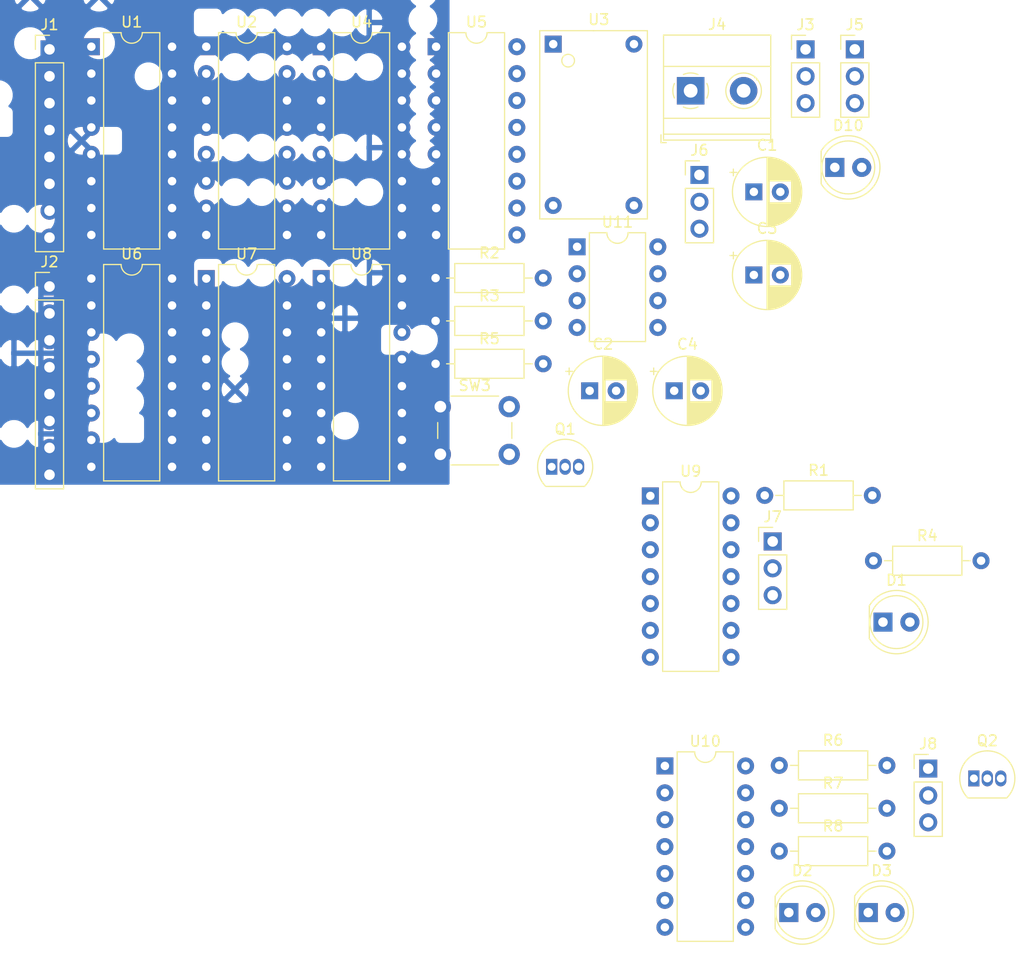
<source format=kicad_pcb>
(kicad_pcb (version 20171130) (host pcbnew "(5.1.10-1-10_14)")
  (layers (0 F.Cu signal) (1 In1.Cu signal) (2 In2.Cu signal hide) (31 B.Cu signal hide) (34 B.Paste user) (35 F.Paste user) (36 B.SilkS user) (37 F.SilkS user) (38 B.Mask user) (39 F.Mask user) (44 Edge.Cuts user))
  (net 0 "")
  (net 1 GND)
  (net 2 VCC)
  (net 3 "Net-(C3-Pad1)")
  (net 4 "Net-(C4-Pad1)")
  (net 5 CLOCK_OUT)
  (net 6 "Net-(D10-Pad1)")
  (net 7 "Net-(J1-Pad3)")
  (net 8 "Net-(J1-Pad2)")
  (net 9 "Net-(J1-Pad1)")
  (net 10 "Net-(J3-Pad2)")
  (net 11 "Net-(J5-Pad2)")
  (net 12 "Net-(J6-Pad2)")
  (net 13 "Net-(Q1-Pad1)")
  (net 14 "Net-(R3-Pad2)")
  (net 15 "Net-(U1-Pad7)")
  (net 16 "Net-(U1-Pad6)")
  (net 17 "Net-(U1-Pad13)")
  (net 18 "Net-(U1-Pad5)")
  (net 19 "Net-(U1-Pad12)")
  (net 20 "Net-(U1-Pad11)")
  (net 21 "Net-(U1-Pad3)")
  (net 22 "Net-(U1-Pad2)")
  (net 23 "Net-(U2-Pad7)")
  (net 24 "Net-(U2-Pad6)")
  (net 25 "Net-(U2-Pad13)")
  (net 26 "Net-(U2-Pad12)")
  (net 27 "Net-(U2-Pad11)")
  (net 28 "Net-(U2-Pad3)")
  (net 29 "Net-(U2-Pad2)")
  (net 30 "Net-(U3-Pad1)")
  (net 31 1MHz_Pulse)
  (net 32 "Net-(U4-Pad7)")
  (net 33 "Net-(U4-Pad6)")
  (net 34 "Net-(U4-Pad13)")
  (net 35 "Net-(U4-Pad11)")
  (net 36 "Net-(U4-Pad3)")
  (net 37 "Net-(U4-Pad2)")
  (net 38 "Net-(U5-Pad15)")
  (net 39 "Net-(U5-Pad6)")
  (net 40 "Net-(U5-Pad4)")
  (net 41 "Net-(U5-Pad3)")
  (net 42 "Net-(U5-Pad2)")
  (net 43 "Net-(U5-Pad1)")
  (net 44 "Net-(U6-Pad13)")
  (net 45 "Net-(U6-Pad12)")
  (net 46 "Net-(U6-Pad11)")
  (net 47 "Net-(U6-Pad3)")
  (net 48 "Net-(U6-Pad2)")
  (net 49 "Net-(U7-Pad6)")
  (net 50 "Net-(U7-Pad13)")
  (net 51 "Net-(U7-Pad12)")
  (net 52 "Net-(U7-Pad11)")
  (net 53 "Net-(U7-Pad2)")
  (net 54 "Net-(U8-Pad7)")
  (net 55 "Net-(U8-Pad6)")
  (net 56 "Net-(U8-Pad13)")
  (net 57 "Net-(U8-Pad12)")
  (net 58 "Net-(U8-Pad11)")
  (net 59 "Net-(U8-Pad2)")
  (net 60 "Net-(U11-Pad4)")
  (net 61 Monostable_Pulse)
  (net 62 "Net-(U5-Pad5)")
  (net 63 "Net-(D1-Pad2)")
  (net 64 "Net-(D1-Pad1)")
  (net 65 "Net-(D2-Pad2)")
  (net 66 "Net-(D2-Pad1)")
  (net 67 "Net-(D3-Pad2)")
  (net 68 "Net-(D3-Pad1)")
  (net 69 "Net-(Q2-Pad1)")
  (net 70 "Net-(U10-Pad2)")
  (net 71 "Net-(U10-Pad3)")
  (net 72 "Net-(U10-Pad1)")
  (module Package_DIP:DIP-14_W7.62mm (layer F.Cu) (at 179.816 128.39)
    (fp_text reference U10 (at 3.81 -2.33) (layer F.SilkS))
    (fp_text value 74LS32)
    (pad 14 thru_hole oval (at 7.62 0) (size 1.6 1.6) (drill 0.8) (layers *.Cu *.Mask) (net 2 VCC))
    (pad 7 thru_hole oval (at 0 15.24) (size 1.6 1.6) (drill 0.8) (layers *.Cu *.Mask) (net 1 GND))
    (pad 13 thru_hole oval (at 7.62 2.54) (size 1.6 1.6) (drill 0.8) (layers *.Cu *.Mask))
    (pad 6 thru_hole oval (at 0 12.7) (size 1.6 1.6) (drill 0.8) (layers *.Cu *.Mask))
    (pad 12 thru_hole oval (at 7.62 5.08) (size 1.6 1.6) (drill 0.8) (layers *.Cu *.Mask))
    (pad 5 thru_hole oval (at 0 10.16) (size 1.6 1.6) (drill 0.8) (layers *.Cu *.Mask))
    (pad 11 thru_hole oval (at 7.62 7.62) (size 1.6 1.6) (drill 0.8) (layers *.Cu *.Mask))
    (pad 4 thru_hole oval (at 0 7.62) (size 1.6 1.6) (drill 0.8) (layers *.Cu *.Mask))
    (pad 10 thru_hole oval (at 7.62 10.16) (size 1.6 1.6) (drill 0.8) (layers *.Cu *.Mask))
    (pad 3 thru_hole oval (at 0 5.08) (size 1.6 1.6) (drill 0.8) (layers *.Cu *.Mask) (net 71 "Net-(U10-Pad3)"))
    (pad 9 thru_hole oval (at 7.62 12.7) (size 1.6 1.6) (drill 0.8) (layers *.Cu *.Mask))
    (pad 2 thru_hole oval (at 0 2.54) (size 1.6 1.6) (drill 0.8) (layers *.Cu *.Mask) (net 70 "Net-(U10-Pad2)"))
    (pad 8 thru_hole oval (at 7.62 15.24) (size 1.6 1.6) (drill 0.8) (layers *.Cu *.Mask))
    (pad 1 thru_hole rect (at 0 0) (size 1.6 1.6) (drill 0.8) (layers *.Cu *.Mask) (net 72 "Net-(U10-Pad1)"))
  )
  (module Resistor_THT:R_Axial_DIN0207_L6.3mm_D2.5mm_P10.16mm_Horizontal (layer F.Cu) (at 190.616 136.44)
    (fp_text reference R8 (at 5.08 -2.37) (layer F.SilkS))
    (fp_text value R_Small_US)
    (pad 2 thru_hole oval (at 10.16 0) (size 1.6 1.6) (drill 0.8) (layers *.Cu *.Mask) (net 1 GND))
    (pad 1 thru_hole circle (at 0 0) (size 1.6 1.6) (drill 0.8) (layers *.Cu *.Mask) (net 68 "Net-(D3-Pad1)"))
  )
  (module Resistor_THT:R_Axial_DIN0207_L6.3mm_D2.5mm_P10.16mm_Horizontal (layer F.Cu) (at 190.616 132.39)
    (fp_text reference R7 (at 5.08 -2.37) (layer F.SilkS))
    (fp_text value R_Small_US)
    (pad 2 thru_hole oval (at 10.16 0) (size 1.6 1.6) (drill 0.8) (layers *.Cu *.Mask) (net 2 VCC))
    (pad 1 thru_hole circle (at 0 0) (size 1.6 1.6) (drill 0.8) (layers *.Cu *.Mask) (net 69 "Net-(Q2-Pad1)"))
  )
  (module Resistor_THT:R_Axial_DIN0207_L6.3mm_D2.5mm_P10.16mm_Horizontal (layer F.Cu) (at 190.616 128.34)
    (fp_text reference R6 (at 5.08 -2.37) (layer F.SilkS))
    (fp_text value R_Small_US)
    (pad 2 thru_hole oval (at 10.16 0) (size 1.6 1.6) (drill 0.8) (layers *.Cu *.Mask) (net 1 GND))
    (pad 1 thru_hole circle (at 0 0) (size 1.6 1.6) (drill 0.8) (layers *.Cu *.Mask) (net 66 "Net-(D2-Pad1)"))
  )
  (module Package_TO_SOT_THT:TO-92_Inline (layer F.Cu) (at 208.986 129.57)
    (fp_text reference Q2 (at 1.27 -3.56) (layer F.SilkS))
    (fp_text value PN2222A)
    (pad 1 thru_hole rect (at 0 0) (size 1.05 1.5) (drill 0.75) (layers *.Cu *.Mask) (net 69 "Net-(Q2-Pad1)"))
    (pad 3 thru_hole oval (at 2.54 0) (size 1.05 1.5) (drill 0.75) (layers *.Cu *.Mask) (net 1 GND))
    (pad 2 thru_hole oval (at 1.27 0) (size 1.05 1.5) (drill 0.75) (layers *.Cu *.Mask) (net 67 "Net-(D3-Pad2)"))
  )
  (module Connector_PinHeader_2.54mm:PinHeader_1x03_P2.54mm_Vertical (layer F.Cu) (at 204.676 128.64)
    (fp_text reference J8 (at 0 -2.33) (layer F.SilkS))
    (fp_text value Conn_01x03)
    (pad 3 thru_hole oval (at 0 5.08) (size 1.7 1.7) (drill 1) (layers *.Cu *.Mask) (net 2 VCC))
    (pad 2 thru_hole oval (at 0 2.54) (size 1.7 1.7) (drill 1) (layers *.Cu *.Mask) (net 67 "Net-(D3-Pad2)"))
    (pad 1 thru_hole rect (at 0 0) (size 1.7 1.7) (drill 1) (layers *.Cu *.Mask) (net 1 GND))
  )
  (module LED_THT:LED_D5.0mm (layer F.Cu) (at 199.016 142.24)
    (fp_text reference D3 (at 1.27 -3.96) (layer F.SilkS))
    (fp_text value LED)
    (pad 2 thru_hole circle (at 2.54 0) (size 1.8 1.8) (drill 0.9) (layers *.Cu *.Mask) (net 67 "Net-(D3-Pad2)"))
    (pad 1 thru_hole rect (at 0 0) (size 1.8 1.8) (drill 0.9) (layers *.Cu *.Mask) (net 68 "Net-(D3-Pad1)"))
  )
  (module LED_THT:LED_D5.0mm (layer F.Cu) (at 191.516 142.24)
    (fp_text reference D2 (at 1.27 -3.96) (layer F.SilkS))
    (fp_text value LED)
    (pad 2 thru_hole circle (at 2.54 0) (size 1.8 1.8) (drill 0.9) (layers *.Cu *.Mask) (net 65 "Net-(D2-Pad2)"))
    (pad 1 thru_hole rect (at 0 0) (size 1.8 1.8) (drill 0.9) (layers *.Cu *.Mask) (net 66 "Net-(D2-Pad1)"))
  )
  (module Resistor_THT:R_Axial_DIN0207_L6.3mm_D2.5mm_P10.16mm_Horizontal (layer F.Cu) (at 199.506 109.008)
    (fp_text reference R4 (at 5.08 -2.37) (layer F.SilkS))
    (fp_text value R_Small_US)
    (pad 2 thru_hole oval (at 10.16 0) (size 1.6 1.6) (drill 0.8) (layers *.Cu *.Mask) (net 1 GND))
    (pad 1 thru_hole circle (at 0 0) (size 1.6 1.6) (drill 0.8) (layers *.Cu *.Mask) (net 64 "Net-(D1-Pad1)"))
  )
  (module LED_THT:LED_D5.0mm (layer F.Cu) (at 200.406 114.808)
    (fp_text reference D1 (at 1.27 -3.96) (layer F.SilkS))
    (fp_text value LED)
    (pad 2 thru_hole circle (at 2.54 0) (size 1.8 1.8) (drill 0.9) (layers *.Cu *.Mask) (net 63 "Net-(D1-Pad2)"))
    (pad 1 thru_hole rect (at 0 0) (size 1.8 1.8) (drill 0.9) (layers *.Cu *.Mask) (net 64 "Net-(D1-Pad1)"))
  )
  (module Package_DIP:DIP-14_W7.62mm (layer F.Cu) (at 178.442 102.888)
    (fp_text reference U9 (at 3.81 -2.33) (layer F.SilkS))
    (fp_text value 74LS08)
    (pad 14 thru_hole oval (at 7.62 0) (size 1.6 1.6) (drill 0.8) (layers *.Cu *.Mask) (net 2 VCC))
    (pad 7 thru_hole oval (at 0 15.24) (size 1.6 1.6) (drill 0.8) (layers *.Cu *.Mask) (net 1 GND))
    (pad 13 thru_hole oval (at 7.62 2.54) (size 1.6 1.6) (drill 0.8) (layers *.Cu *.Mask))
    (pad 6 thru_hole oval (at 0 12.7) (size 1.6 1.6) (drill 0.8) (layers *.Cu *.Mask) (net 70 "Net-(U10-Pad2)"))
    (pad 12 thru_hole oval (at 7.62 5.08) (size 1.6 1.6) (drill 0.8) (layers *.Cu *.Mask))
    (pad 5 thru_hole oval (at 0 10.16) (size 1.6 1.6) (drill 0.8) (layers *.Cu *.Mask) (net 61 Monostable_Pulse))
    (pad 11 thru_hole oval (at 7.62 7.62) (size 1.6 1.6) (drill 0.8) (layers *.Cu *.Mask))
    (pad 4 thru_hole oval (at 0 7.62) (size 1.6 1.6) (drill 0.8) (layers *.Cu *.Mask) (net 63 "Net-(D1-Pad2)"))
    (pad 10 thru_hole oval (at 7.62 10.16) (size 1.6 1.6) (drill 0.8) (layers *.Cu *.Mask) (net 71 "Net-(U10-Pad3)"))
    (pad 3 thru_hole oval (at 0 5.08) (size 1.6 1.6) (drill 0.8) (layers *.Cu *.Mask) (net 72 "Net-(U10-Pad1)"))
    (pad 9 thru_hole oval (at 7.62 12.7) (size 1.6 1.6) (drill 0.8) (layers *.Cu *.Mask) (net 69 "Net-(Q2-Pad1)"))
    (pad 2 thru_hole oval (at 0 2.54) (size 1.6 1.6) (drill 0.8) (layers *.Cu *.Mask) (net 62 "Net-(U5-Pad5)"))
    (pad 8 thru_hole oval (at 7.62 15.24) (size 1.6 1.6) (drill 0.8) (layers *.Cu *.Mask) (net 65 "Net-(D2-Pad2)"))
    (pad 1 thru_hole rect (at 0 0) (size 1.6 1.6) (drill 0.8) (layers *.Cu *.Mask) (net 13 "Net-(Q1-Pad1)"))
  )
  (module Resistor_THT:R_Axial_DIN0207_L6.3mm_D2.5mm_P10.16mm_Horizontal (layer F.Cu) (at 189.242 102.838)
    (fp_text reference R1 (at 5.08 -2.37) (layer F.SilkS))
    (fp_text value R_Small_US)
    (pad 2 thru_hole oval (at 10.16 0) (size 1.6 1.6) (drill 0.8) (layers *.Cu *.Mask) (net 13 "Net-(Q1-Pad1)"))
    (pad 1 thru_hole circle (at 0 0) (size 1.6 1.6) (drill 0.8) (layers *.Cu *.Mask) (net 2 VCC))
  )
  (module Connector_PinHeader_2.54mm:PinHeader_1x03_P2.54mm_Vertical (layer F.Cu) (at 189.992 107.188)
    (fp_text reference J7 (at 0 -2.33) (layer F.SilkS))
    (fp_text value Conn_01x03)
    (pad 3 thru_hole oval (at 0 5.08) (size 1.7 1.7) (drill 1) (layers *.Cu *.Mask) (net 2 VCC))
    (pad 2 thru_hole oval (at 0 2.54) (size 1.7 1.7) (drill 1) (layers *.Cu *.Mask) (net 63 "Net-(D1-Pad2)"))
    (pad 1 thru_hole rect (at 0 0) (size 1.7 1.7) (drill 1) (layers *.Cu *.Mask) (net 1 GND))
  )
  (module Package_DIP:DIP-8_W7.62mm (layer F.Cu) (at 171.528759 79.358)
    (fp_text reference U11 (at 3.81 -2.33) (layer F.SilkS))
    (fp_text value LM555xN)
    (pad 8 thru_hole oval (at 7.62 0) (size 1.6 1.6) (drill 0.8) (layers *.Cu *.Mask) (net 2 VCC))
    (pad 4 thru_hole oval (at 0 7.62) (size 1.6 1.6) (drill 0.8) (layers *.Cu *.Mask) (net 60 "Net-(U11-Pad4)"))
    (pad 7 thru_hole oval (at 7.62 2.54) (size 1.6 1.6) (drill 0.8) (layers *.Cu *.Mask) (net 4 "Net-(C4-Pad1)"))
    (pad 3 thru_hole oval (at 0 5.08) (size 1.6 1.6) (drill 0.8) (layers *.Cu *.Mask) (net 61 Monostable_Pulse))
    (pad 6 thru_hole oval (at 7.62 5.08) (size 1.6 1.6) (drill 0.8) (layers *.Cu *.Mask) (net 4 "Net-(C4-Pad1)"))
    (pad 2 thru_hole oval (at 0 2.54) (size 1.6 1.6) (drill 0.8) (layers *.Cu *.Mask) (net 14 "Net-(R3-Pad2)"))
    (pad 5 thru_hole oval (at 7.62 7.62) (size 1.6 1.6) (drill 0.8) (layers *.Cu *.Mask) (net 3 "Net-(C3-Pad1)"))
    (pad 1 thru_hole rect (at 0 0) (size 1.6 1.6) (drill 0.8) (layers *.Cu *.Mask) (net 1 GND))
  )
  (module Package_DIP:DIP-16_W7.62mm (layer F.Cu) (at 147.368759 82.358)
    (fp_text reference U8 (at 3.81 -2.33) (layer F.SilkS))
    (fp_text value 74LS193)
    (pad 16 thru_hole oval (at 7.62 0) (size 1.6 1.6) (drill 0.8) (layers *.Cu *.Mask) (net 2 VCC))
    (pad 8 thru_hole oval (at 0 17.78) (size 1.6 1.6) (drill 0.8) (layers *.Cu *.Mask) (net 1 GND))
    (pad 15 thru_hole oval (at 7.62 2.54) (size 1.6 1.6) (drill 0.8) (layers *.Cu *.Mask) (net 1 GND))
    (pad 7 thru_hole oval (at 0 15.24) (size 1.6 1.6) (drill 0.8) (layers *.Cu *.Mask) (net 54 "Net-(U8-Pad7)"))
    (pad 14 thru_hole oval (at 7.62 5.08) (size 1.6 1.6) (drill 0.8) (layers *.Cu *.Mask) (net 1 GND))
    (pad 6 thru_hole oval (at 0 12.7) (size 1.6 1.6) (drill 0.8) (layers *.Cu *.Mask) (net 55 "Net-(U8-Pad6)"))
    (pad 13 thru_hole oval (at 7.62 7.62) (size 1.6 1.6) (drill 0.8) (layers *.Cu *.Mask) (net 56 "Net-(U8-Pad13)"))
    (pad 5 thru_hole oval (at 0 10.16) (size 1.6 1.6) (drill 0.8) (layers *.Cu *.Mask) (net 51 "Net-(U7-Pad12)"))
    (pad 12 thru_hole oval (at 7.62 10.16) (size 1.6 1.6) (drill 0.8) (layers *.Cu *.Mask) (net 57 "Net-(U8-Pad12)"))
    (pad 4 thru_hole oval (at 0 7.62) (size 1.6 1.6) (drill 0.8) (layers *.Cu *.Mask) (net 2 VCC))
    (pad 11 thru_hole oval (at 7.62 12.7) (size 1.6 1.6) (drill 0.8) (layers *.Cu *.Mask) (net 58 "Net-(U8-Pad11)"))
    (pad 3 thru_hole oval (at 0 5.08) (size 1.6 1.6) (drill 0.8) (layers *.Cu *.Mask) (net 40 "Net-(U5-Pad4)"))
    (pad 10 thru_hole oval (at 7.62 15.24) (size 1.6 1.6) (drill 0.8) (layers *.Cu *.Mask) (net 1 GND))
    (pad 2 thru_hole oval (at 0 2.54) (size 1.6 1.6) (drill 0.8) (layers *.Cu *.Mask) (net 59 "Net-(U8-Pad2)"))
    (pad 9 thru_hole oval (at 7.62 17.78) (size 1.6 1.6) (drill 0.8) (layers *.Cu *.Mask) (net 1 GND))
    (pad 1 thru_hole rect (at 0 0) (size 1.6 1.6) (drill 0.8) (layers *.Cu *.Mask) (net 1 GND))
  )
  (module Package_DIP:DIP-16_W7.62mm (layer F.Cu) (at 136.518759 82.358)
    (fp_text reference U7 (at 3.81 -2.33) (layer F.SilkS))
    (fp_text value 74LS193)
    (pad 16 thru_hole oval (at 7.62 0) (size 1.6 1.6) (drill 0.8) (layers *.Cu *.Mask) (net 2 VCC))
    (pad 8 thru_hole oval (at 0 17.78) (size 1.6 1.6) (drill 0.8) (layers *.Cu *.Mask) (net 1 GND))
    (pad 15 thru_hole oval (at 7.62 2.54) (size 1.6 1.6) (drill 0.8) (layers *.Cu *.Mask) (net 1 GND))
    (pad 7 thru_hole oval (at 0 15.24) (size 1.6 1.6) (drill 0.8) (layers *.Cu *.Mask) (net 41 "Net-(U5-Pad3)"))
    (pad 14 thru_hole oval (at 7.62 5.08) (size 1.6 1.6) (drill 0.8) (layers *.Cu *.Mask) (net 1 GND))
    (pad 6 thru_hole oval (at 0 12.7) (size 1.6 1.6) (drill 0.8) (layers *.Cu *.Mask) (net 49 "Net-(U7-Pad6)"))
    (pad 13 thru_hole oval (at 7.62 7.62) (size 1.6 1.6) (drill 0.8) (layers *.Cu *.Mask) (net 50 "Net-(U7-Pad13)"))
    (pad 5 thru_hole oval (at 0 10.16) (size 1.6 1.6) (drill 0.8) (layers *.Cu *.Mask) (net 45 "Net-(U6-Pad12)"))
    (pad 12 thru_hole oval (at 7.62 10.16) (size 1.6 1.6) (drill 0.8) (layers *.Cu *.Mask) (net 51 "Net-(U7-Pad12)"))
    (pad 4 thru_hole oval (at 0 7.62) (size 1.6 1.6) (drill 0.8) (layers *.Cu *.Mask) (net 2 VCC))
    (pad 11 thru_hole oval (at 7.62 12.7) (size 1.6 1.6) (drill 0.8) (layers *.Cu *.Mask) (net 52 "Net-(U7-Pad11)"))
    (pad 3 thru_hole oval (at 0 5.08) (size 1.6 1.6) (drill 0.8) (layers *.Cu *.Mask) (net 42 "Net-(U5-Pad2)"))
    (pad 10 thru_hole oval (at 7.62 15.24) (size 1.6 1.6) (drill 0.8) (layers *.Cu *.Mask) (net 1 GND))
    (pad 2 thru_hole oval (at 0 2.54) (size 1.6 1.6) (drill 0.8) (layers *.Cu *.Mask) (net 53 "Net-(U7-Pad2)"))
    (pad 9 thru_hole oval (at 7.62 17.78) (size 1.6 1.6) (drill 0.8) (layers *.Cu *.Mask) (net 1 GND))
    (pad 1 thru_hole rect (at 0 0) (size 1.6 1.6) (drill 0.8) (layers *.Cu *.Mask) (net 1 GND))
  )
  (module Package_DIP:DIP-16_W7.62mm (layer F.Cu) (at 125.668759 82.358)
    (fp_text reference U6 (at 3.81 -2.33) (layer F.SilkS))
    (fp_text value 74LS193)
    (pad 16 thru_hole oval (at 7.62 0) (size 1.6 1.6) (drill 0.8) (layers *.Cu *.Mask) (net 2 VCC))
    (pad 8 thru_hole oval (at 0 17.78) (size 1.6 1.6) (drill 0.8) (layers *.Cu *.Mask) (net 1 GND))
    (pad 15 thru_hole oval (at 7.62 2.54) (size 1.6 1.6) (drill 0.8) (layers *.Cu *.Mask) (net 1 GND))
    (pad 7 thru_hole oval (at 0 15.24) (size 1.6 1.6) (drill 0.8) (layers *.Cu *.Mask) (net 43 "Net-(U5-Pad1)"))
    (pad 14 thru_hole oval (at 7.62 5.08) (size 1.6 1.6) (drill 0.8) (layers *.Cu *.Mask) (net 1 GND))
    (pad 6 thru_hole oval (at 0 12.7) (size 1.6 1.6) (drill 0.8) (layers *.Cu *.Mask) (net 38 "Net-(U5-Pad15)"))
    (pad 13 thru_hole oval (at 7.62 7.62) (size 1.6 1.6) (drill 0.8) (layers *.Cu *.Mask) (net 44 "Net-(U6-Pad13)"))
    (pad 5 thru_hole oval (at 0 10.16) (size 1.6 1.6) (drill 0.8) (layers *.Cu *.Mask) (net 26 "Net-(U2-Pad12)"))
    (pad 12 thru_hole oval (at 7.62 10.16) (size 1.6 1.6) (drill 0.8) (layers *.Cu *.Mask) (net 45 "Net-(U6-Pad12)"))
    (pad 4 thru_hole oval (at 0 7.62) (size 1.6 1.6) (drill 0.8) (layers *.Cu *.Mask) (net 2 VCC))
    (pad 11 thru_hole oval (at 7.62 12.7) (size 1.6 1.6) (drill 0.8) (layers *.Cu *.Mask) (net 46 "Net-(U6-Pad11)"))
    (pad 3 thru_hole oval (at 0 5.08) (size 1.6 1.6) (drill 0.8) (layers *.Cu *.Mask) (net 47 "Net-(U6-Pad3)"))
    (pad 10 thru_hole oval (at 7.62 15.24) (size 1.6 1.6) (drill 0.8) (layers *.Cu *.Mask) (net 1 GND))
    (pad 2 thru_hole oval (at 0 2.54) (size 1.6 1.6) (drill 0.8) (layers *.Cu *.Mask) (net 48 "Net-(U6-Pad2)"))
    (pad 9 thru_hole oval (at 7.62 17.78) (size 1.6 1.6) (drill 0.8) (layers *.Cu *.Mask) (net 1 GND))
    (pad 1 thru_hole rect (at 0 0) (size 1.6 1.6) (drill 0.8) (layers *.Cu *.Mask) (net 1 GND))
  )
  (module Package_DIP:DIP-16_W7.62mm (layer F.Cu) (at 158.218759 60.458)
    (fp_text reference U5 (at 3.81 -2.33) (layer F.SilkS))
    (fp_text value 74LS251)
    (pad 16 thru_hole oval (at 7.62 0) (size 1.6 1.6) (drill 0.8) (layers *.Cu *.Mask) (net 2 VCC))
    (pad 8 thru_hole oval (at 0 17.78) (size 1.6 1.6) (drill 0.8) (layers *.Cu *.Mask) (net 1 GND))
    (pad 15 thru_hole oval (at 7.62 2.54) (size 1.6 1.6) (drill 0.8) (layers *.Cu *.Mask) (net 38 "Net-(U5-Pad15)"))
    (pad 7 thru_hole oval (at 0 15.24) (size 1.6 1.6) (drill 0.8) (layers *.Cu *.Mask) (net 1 GND))
    (pad 14 thru_hole oval (at 7.62 5.08) (size 1.6 1.6) (drill 0.8) (layers *.Cu *.Mask) (net 21 "Net-(U1-Pad3)"))
    (pad 6 thru_hole oval (at 0 12.7) (size 1.6 1.6) (drill 0.8) (layers *.Cu *.Mask) (net 39 "Net-(U5-Pad6)"))
    (pad 13 thru_hole oval (at 7.62 7.62) (size 1.6 1.6) (drill 0.8) (layers *.Cu *.Mask) (net 36 "Net-(U4-Pad3)"))
    (pad 5 thru_hole oval (at 0 10.16) (size 1.6 1.6) (drill 0.8) (layers *.Cu *.Mask) (net 62 "Net-(U5-Pad5)"))
    (pad 12 thru_hole oval (at 7.62 10.16) (size 1.6 1.6) (drill 0.8) (layers *.Cu *.Mask) (net 31 1MHz_Pulse))
    (pad 4 thru_hole oval (at 0 7.62) (size 1.6 1.6) (drill 0.8) (layers *.Cu *.Mask) (net 40 "Net-(U5-Pad4)"))
    (pad 11 thru_hole oval (at 7.62 12.7) (size 1.6 1.6) (drill 0.8) (layers *.Cu *.Mask) (net 10 "Net-(J3-Pad2)"))
    (pad 3 thru_hole oval (at 0 5.08) (size 1.6 1.6) (drill 0.8) (layers *.Cu *.Mask) (net 41 "Net-(U5-Pad3)"))
    (pad 10 thru_hole oval (at 7.62 15.24) (size 1.6 1.6) (drill 0.8) (layers *.Cu *.Mask) (net 11 "Net-(J5-Pad2)"))
    (pad 2 thru_hole oval (at 0 2.54) (size 1.6 1.6) (drill 0.8) (layers *.Cu *.Mask) (net 42 "Net-(U5-Pad2)"))
    (pad 9 thru_hole oval (at 7.62 17.78) (size 1.6 1.6) (drill 0.8) (layers *.Cu *.Mask) (net 12 "Net-(J6-Pad2)"))
    (pad 1 thru_hole rect (at 0 0) (size 1.6 1.6) (drill 0.8) (layers *.Cu *.Mask) (net 43 "Net-(U5-Pad1)"))
  )
  (module Package_DIP:DIP-16_W7.62mm (layer F.Cu) (at 147.368759 60.458)
    (fp_text reference U4 (at 3.81 -2.33) (layer F.SilkS))
    (fp_text value 74LS193)
    (pad 16 thru_hole oval (at 7.62 0) (size 1.6 1.6) (drill 0.8) (layers *.Cu *.Mask) (net 2 VCC))
    (pad 8 thru_hole oval (at 0 17.78) (size 1.6 1.6) (drill 0.8) (layers *.Cu *.Mask) (net 1 GND))
    (pad 15 thru_hole oval (at 7.62 2.54) (size 1.6 1.6) (drill 0.8) (layers *.Cu *.Mask) (net 1 GND))
    (pad 7 thru_hole oval (at 0 15.24) (size 1.6 1.6) (drill 0.8) (layers *.Cu *.Mask) (net 32 "Net-(U4-Pad7)"))
    (pad 14 thru_hole oval (at 7.62 5.08) (size 1.6 1.6) (drill 0.8) (layers *.Cu *.Mask) (net 1 GND))
    (pad 6 thru_hole oval (at 0 12.7) (size 1.6 1.6) (drill 0.8) (layers *.Cu *.Mask) (net 33 "Net-(U4-Pad6)"))
    (pad 13 thru_hole oval (at 7.62 7.62) (size 1.6 1.6) (drill 0.8) (layers *.Cu *.Mask) (net 34 "Net-(U4-Pad13)"))
    (pad 5 thru_hole oval (at 0 10.16) (size 1.6 1.6) (drill 0.8) (layers *.Cu *.Mask) (net 31 1MHz_Pulse))
    (pad 12 thru_hole oval (at 7.62 10.16) (size 1.6 1.6) (drill 0.8) (layers *.Cu *.Mask) (net 18 "Net-(U1-Pad5)"))
    (pad 4 thru_hole oval (at 0 7.62) (size 1.6 1.6) (drill 0.8) (layers *.Cu *.Mask) (net 2 VCC))
    (pad 11 thru_hole oval (at 7.62 12.7) (size 1.6 1.6) (drill 0.8) (layers *.Cu *.Mask) (net 35 "Net-(U4-Pad11)"))
    (pad 3 thru_hole oval (at 0 5.08) (size 1.6 1.6) (drill 0.8) (layers *.Cu *.Mask) (net 36 "Net-(U4-Pad3)"))
    (pad 10 thru_hole oval (at 7.62 15.24) (size 1.6 1.6) (drill 0.8) (layers *.Cu *.Mask) (net 1 GND))
    (pad 2 thru_hole oval (at 0 2.54) (size 1.6 1.6) (drill 0.8) (layers *.Cu *.Mask) (net 37 "Net-(U4-Pad2)"))
    (pad 9 thru_hole oval (at 7.62 17.78) (size 1.6 1.6) (drill 0.8) (layers *.Cu *.Mask) (net 1 GND))
    (pad 1 thru_hole rect (at 0 0) (size 1.6 1.6) (drill 0.8) (layers *.Cu *.Mask) (net 1 GND))
  )
  (module Crystal:full-can-14pin (layer F.Cu) (at 173.083759 66.563)
    (fp_text reference U3 (at 0.49 -8.67) (layer F.SilkS))
    (fp_text value 4-pin-crystal-1mhz)
    (pad 1 thru_hole rect (at -3.81 -6.35) (size 1.6 1.6) (drill 0.8) (layers *.Cu *.Mask) (net 30 "Net-(U3-Pad1)"))
    (pad 8 thru_hole oval (at 3.81 8.89) (size 1.6 1.6) (drill 0.8) (layers *.Cu *.Mask) (net 31 1MHz_Pulse))
    (pad 7 thru_hole oval (at -3.81 8.89) (size 1.6 1.6) (drill 0.8) (layers *.Cu *.Mask) (net 1 GND))
    (pad 14 thru_hole oval (at 3.81 -6.35) (size 1.6 1.6) (drill 0.8) (layers *.Cu *.Mask) (net 2 VCC))
  )
  (module Package_DIP:DIP-16_W7.62mm (layer F.Cu) (at 136.518759 60.458)
    (fp_text reference U2 (at 3.81 -2.33) (layer F.SilkS))
    (fp_text value 74LS193)
    (pad 16 thru_hole oval (at 7.62 0) (size 1.6 1.6) (drill 0.8) (layers *.Cu *.Mask) (net 2 VCC))
    (pad 8 thru_hole oval (at 0 17.78) (size 1.6 1.6) (drill 0.8) (layers *.Cu *.Mask) (net 1 GND))
    (pad 15 thru_hole oval (at 7.62 2.54) (size 1.6 1.6) (drill 0.8) (layers *.Cu *.Mask) (net 1 GND))
    (pad 7 thru_hole oval (at 0 15.24) (size 1.6 1.6) (drill 0.8) (layers *.Cu *.Mask) (net 23 "Net-(U2-Pad7)"))
    (pad 14 thru_hole oval (at 7.62 5.08) (size 1.6 1.6) (drill 0.8) (layers *.Cu *.Mask) (net 1 GND))
    (pad 6 thru_hole oval (at 0 12.7) (size 1.6 1.6) (drill 0.8) (layers *.Cu *.Mask) (net 24 "Net-(U2-Pad6)"))
    (pad 13 thru_hole oval (at 7.62 7.62) (size 1.6 1.6) (drill 0.8) (layers *.Cu *.Mask) (net 25 "Net-(U2-Pad13)"))
    (pad 5 thru_hole oval (at 0 10.16) (size 1.6 1.6) (drill 0.8) (layers *.Cu *.Mask) (net 19 "Net-(U1-Pad12)"))
    (pad 12 thru_hole oval (at 7.62 10.16) (size 1.6 1.6) (drill 0.8) (layers *.Cu *.Mask) (net 26 "Net-(U2-Pad12)"))
    (pad 4 thru_hole oval (at 0 7.62) (size 1.6 1.6) (drill 0.8) (layers *.Cu *.Mask) (net 2 VCC))
    (pad 11 thru_hole oval (at 7.62 12.7) (size 1.6 1.6) (drill 0.8) (layers *.Cu *.Mask) (net 27 "Net-(U2-Pad11)"))
    (pad 3 thru_hole oval (at 0 5.08) (size 1.6 1.6) (drill 0.8) (layers *.Cu *.Mask) (net 28 "Net-(U2-Pad3)"))
    (pad 10 thru_hole oval (at 7.62 15.24) (size 1.6 1.6) (drill 0.8) (layers *.Cu *.Mask) (net 1 GND))
    (pad 2 thru_hole oval (at 0 2.54) (size 1.6 1.6) (drill 0.8) (layers *.Cu *.Mask) (net 29 "Net-(U2-Pad2)"))
    (pad 9 thru_hole oval (at 7.62 17.78) (size 1.6 1.6) (drill 0.8) (layers *.Cu *.Mask) (net 1 GND))
    (pad 1 thru_hole rect (at 0 0) (size 1.6 1.6) (drill 0.8) (layers *.Cu *.Mask) (net 1 GND))
  )
  (module Package_DIP:DIP-16_W7.62mm (layer F.Cu) (at 125.668759 60.458)
    (fp_text reference U1 (at 3.81 -2.33) (layer F.SilkS))
    (fp_text value 74LS193)
    (pad 16 thru_hole oval (at 7.62 0) (size 1.6 1.6) (drill 0.8) (layers *.Cu *.Mask) (net 2 VCC))
    (pad 8 thru_hole oval (at 0 17.78) (size 1.6 1.6) (drill 0.8) (layers *.Cu *.Mask) (net 1 GND))
    (pad 15 thru_hole oval (at 7.62 2.54) (size 1.6 1.6) (drill 0.8) (layers *.Cu *.Mask) (net 1 GND))
    (pad 7 thru_hole oval (at 0 15.24) (size 1.6 1.6) (drill 0.8) (layers *.Cu *.Mask) (net 15 "Net-(U1-Pad7)"))
    (pad 14 thru_hole oval (at 7.62 5.08) (size 1.6 1.6) (drill 0.8) (layers *.Cu *.Mask) (net 1 GND))
    (pad 6 thru_hole oval (at 0 12.7) (size 1.6 1.6) (drill 0.8) (layers *.Cu *.Mask) (net 16 "Net-(U1-Pad6)"))
    (pad 13 thru_hole oval (at 7.62 7.62) (size 1.6 1.6) (drill 0.8) (layers *.Cu *.Mask) (net 17 "Net-(U1-Pad13)"))
    (pad 5 thru_hole oval (at 0 10.16) (size 1.6 1.6) (drill 0.8) (layers *.Cu *.Mask) (net 18 "Net-(U1-Pad5)"))
    (pad 12 thru_hole oval (at 7.62 10.16) (size 1.6 1.6) (drill 0.8) (layers *.Cu *.Mask) (net 19 "Net-(U1-Pad12)"))
    (pad 4 thru_hole oval (at 0 7.62) (size 1.6 1.6) (drill 0.8) (layers *.Cu *.Mask) (net 2 VCC))
    (pad 11 thru_hole oval (at 7.62 12.7) (size 1.6 1.6) (drill 0.8) (layers *.Cu *.Mask) (net 20 "Net-(U1-Pad11)"))
    (pad 3 thru_hole oval (at 0 5.08) (size 1.6 1.6) (drill 0.8) (layers *.Cu *.Mask) (net 21 "Net-(U1-Pad3)"))
    (pad 10 thru_hole oval (at 7.62 15.24) (size 1.6 1.6) (drill 0.8) (layers *.Cu *.Mask) (net 1 GND))
    (pad 2 thru_hole oval (at 0 2.54) (size 1.6 1.6) (drill 0.8) (layers *.Cu *.Mask) (net 22 "Net-(U1-Pad2)"))
    (pad 9 thru_hole oval (at 7.62 17.78) (size 1.6 1.6) (drill 0.8) (layers *.Cu *.Mask) (net 1 GND))
    (pad 1 thru_hole rect (at 0 0) (size 1.6 1.6) (drill 0.8) (layers *.Cu *.Mask) (net 1 GND))
  )
  (module Button_Switch_THT:SW_PUSH_6mm (layer F.Cu) (at 158.618759 94.458)
    (fp_text reference SW3 (at 3.25 -2) (layer F.SilkS))
    (fp_text value SW_Push)
    (pad 1 thru_hole circle (at 6.5 0 90) (size 2 2) (drill 1.1) (layers *.Cu *.Mask) (net 1 GND))
    (pad 2 thru_hole circle (at 6.5 4.5 90) (size 2 2) (drill 1.1) (layers *.Cu *.Mask) (net 14 "Net-(R3-Pad2)"))
    (pad 1 thru_hole circle (at 0 0 90) (size 2 2) (drill 1.1) (layers *.Cu *.Mask) (net 1 GND))
    (pad 2 thru_hole circle (at 0 4.5 90) (size 2 2) (drill 1.1) (layers *.Cu *.Mask) (net 14 "Net-(R3-Pad2)"))
  )
  (module Resistor_THT:R_Axial_DIN0207_L6.3mm_D2.5mm_P10.16mm_Horizontal (layer F.Cu) (at 158.168759 90.408)
    (fp_text reference R5 (at 5.08 -2.37) (layer F.SilkS))
    (fp_text value R_Small_US)
    (pad 2 thru_hole oval (at 10.16 0) (size 1.6 1.6) (drill 0.8) (layers *.Cu *.Mask) (net 1 GND))
    (pad 1 thru_hole circle (at 0 0) (size 1.6 1.6) (drill 0.8) (layers *.Cu *.Mask) (net 6 "Net-(D10-Pad1)"))
  )
  (module Resistor_THT:R_Axial_DIN0207_L6.3mm_D2.5mm_P10.16mm_Horizontal (layer F.Cu) (at 158.168759 86.358)
    (fp_text reference R3 (at 5.08 -2.37) (layer F.SilkS))
    (fp_text value R_Small_US)
    (pad 2 thru_hole oval (at 10.16 0) (size 1.6 1.6) (drill 0.8) (layers *.Cu *.Mask) (net 14 "Net-(R3-Pad2)"))
    (pad 1 thru_hole circle (at 0 0) (size 1.6 1.6) (drill 0.8) (layers *.Cu *.Mask) (net 2 VCC))
  )
  (module Resistor_THT:R_Axial_DIN0207_L6.3mm_D2.5mm_P10.16mm_Horizontal (layer F.Cu) (at 158.168759 82.308)
    (fp_text reference R2 (at 5.08 -2.37) (layer F.SilkS))
    (fp_text value R_Small_US)
    (pad 2 thru_hole oval (at 10.16 0) (size 1.6 1.6) (drill 0.8) (layers *.Cu *.Mask) (net 2 VCC))
    (pad 1 thru_hole circle (at 0 0) (size 1.6 1.6) (drill 0.8) (layers *.Cu *.Mask) (net 4 "Net-(C4-Pad1)"))
  )
  (module Package_TO_SOT_THT:TO-92_Inline (layer F.Cu) (at 169.128759 100.138)
    (fp_text reference Q1 (at 1.27 -3.56) (layer F.SilkS))
    (fp_text value PN2222A)
    (pad 1 thru_hole rect (at 0 0) (size 1.05 1.5) (drill 0.75) (layers *.Cu *.Mask) (net 13 "Net-(Q1-Pad1)"))
    (pad 3 thru_hole oval (at 2.54 0) (size 1.05 1.5) (drill 0.75) (layers *.Cu *.Mask) (net 1 GND))
    (pad 2 thru_hole oval (at 1.27 0) (size 1.05 1.5) (drill 0.75) (layers *.Cu *.Mask) (net 63 "Net-(D1-Pad2)"))
  )
  (module Connector_PinHeader_2.54mm:PinHeader_1x03_P2.54mm_Vertical (layer F.Cu) (at 183.078759 72.568)
    (fp_text reference J6 (at 0 -2.33) (layer F.SilkS))
    (fp_text value Conn_01x03)
    (pad 3 thru_hole oval (at 0 5.08) (size 1.7 1.7) (drill 1) (layers *.Cu *.Mask) (net 1 GND))
    (pad 2 thru_hole oval (at 0 2.54) (size 1.7 1.7) (drill 1) (layers *.Cu *.Mask) (net 12 "Net-(J6-Pad2)"))
    (pad 1 thru_hole rect (at 0 0) (size 1.7 1.7) (drill 1) (layers *.Cu *.Mask) (net 2 VCC))
  )
  (module Connector_PinHeader_2.54mm:PinHeader_1x03_P2.54mm_Vertical (layer F.Cu) (at 197.748759 60.708)
    (fp_text reference J5 (at 0 -2.33) (layer F.SilkS))
    (fp_text value Conn_01x03)
    (pad 3 thru_hole oval (at 0 5.08) (size 1.7 1.7) (drill 1) (layers *.Cu *.Mask) (net 1 GND))
    (pad 2 thru_hole oval (at 0 2.54) (size 1.7 1.7) (drill 1) (layers *.Cu *.Mask) (net 11 "Net-(J5-Pad2)"))
    (pad 1 thru_hole rect (at 0 0) (size 1.7 1.7) (drill 1) (layers *.Cu *.Mask) (net 2 VCC))
  )
  (module TerminalBlock_Phoenix:TerminalBlock_Phoenix_MKDS-1,5-2_1x02_P5.00mm_Horizontal (layer F.Cu) (at 182.248759 64.618)
    (fp_text reference J4 (at 2.5 -6.26) (layer F.SilkS))
    (fp_text value Screw_Terminal_01x02)
    (pad 2 thru_hole circle (at 5 0) (size 2.6 2.6) (drill 1.3) (layers *.Cu *.Mask) (net 2 VCC))
    (pad 1 thru_hole rect (at 0 0) (size 2.6 2.6) (drill 1.3) (layers *.Cu *.Mask) (net 1 GND))
  )
  (module Connector_PinHeader_2.54mm:PinHeader_1x03_P2.54mm_Vertical (layer F.Cu) (at 193.098759 60.708)
    (fp_text reference J3 (at 0 -2.33) (layer F.SilkS))
    (fp_text value Conn_01x03)
    (pad 3 thru_hole oval (at 0 5.08) (size 1.7 1.7) (drill 1) (layers *.Cu *.Mask) (net 1 GND))
    (pad 2 thru_hole oval (at 0 2.54) (size 1.7 1.7) (drill 1) (layers *.Cu *.Mask) (net 10 "Net-(J3-Pad2)"))
    (pad 1 thru_hole rect (at 0 0) (size 1.7 1.7) (drill 1) (layers *.Cu *.Mask) (net 2 VCC))
  )
  (module Connector_PinHeader_2.54mm:PinHeader_1x08_P2.54mm_Vertical (layer F.Cu) (at 121.718759 83.108)
    (fp_text reference J2 (at 0 -2.33) (layer F.SilkS))
    (fp_text value Conn_01x08)
    (pad 8 thru_hole oval (at 0 17.78) (size 1.7 1.7) (drill 1) (layers *.Cu *.Mask) (net 5 CLOCK_OUT))
    (pad 7 thru_hole oval (at 0 15.24) (size 1.7 1.7) (drill 1) (layers *.Cu *.Mask) (net 5 CLOCK_OUT))
    (pad 6 thru_hole oval (at 0 12.7) (size 1.7 1.7) (drill 1) (layers *.Cu *.Mask) (net 5 CLOCK_OUT))
    (pad 5 thru_hole oval (at 0 10.16) (size 1.7 1.7) (drill 1) (layers *.Cu *.Mask) (net 5 CLOCK_OUT))
    (pad 4 thru_hole oval (at 0 7.62) (size 1.7 1.7) (drill 1) (layers *.Cu *.Mask) (net 5 CLOCK_OUT))
    (pad 3 thru_hole oval (at 0 5.08) (size 1.7 1.7) (drill 1) (layers *.Cu *.Mask) (net 5 CLOCK_OUT))
    (pad 2 thru_hole oval (at 0 2.54) (size 1.7 1.7) (drill 1) (layers *.Cu *.Mask) (net 5 CLOCK_OUT))
    (pad 1 thru_hole rect (at 0 0) (size 1.7 1.7) (drill 1) (layers *.Cu *.Mask) (net 5 CLOCK_OUT))
  )
  (module Connector_PinHeader_2.54mm:PinHeader_1x08_P2.54mm_Vertical (layer F.Cu) (at 121.718759 60.708)
    (fp_text reference J1 (at 0 -2.33) (layer F.SilkS))
    (fp_text value Conn_01x03)
    (pad 8 thru_hole oval (at 0 17.78) (size 1.7 1.7) (drill 1) (layers *.Cu *.Mask))
    (pad 7 thru_hole oval (at 0 15.24) (size 1.7 1.7) (drill 1) (layers *.Cu *.Mask))
    (pad 6 thru_hole oval (at 0 12.7) (size 1.7 1.7) (drill 1) (layers *.Cu *.Mask))
    (pad 5 thru_hole oval (at 0 10.16) (size 1.7 1.7) (drill 1) (layers *.Cu *.Mask))
    (pad 4 thru_hole oval (at 0 7.62) (size 1.7 1.7) (drill 1) (layers *.Cu *.Mask))
    (pad 3 thru_hole oval (at 0 5.08) (size 1.7 1.7) (drill 1) (layers *.Cu *.Mask) (net 7 "Net-(J1-Pad3)"))
    (pad 2 thru_hole oval (at 0 2.54) (size 1.7 1.7) (drill 1) (layers *.Cu *.Mask) (net 8 "Net-(J1-Pad2)"))
    (pad 1 thru_hole rect (at 0 0) (size 1.7 1.7) (drill 1) (layers *.Cu *.Mask) (net 9 "Net-(J1-Pad1)"))
  )
  (module LED_THT:LED_D5.0mm (layer F.Cu) (at 195.858759 71.858)
    (fp_text reference D10 (at 1.27 -3.96) (layer F.SilkS))
    (fp_text value LED)
    (pad 2 thru_hole circle (at 2.54 0) (size 1.8 1.8) (drill 0.9) (layers *.Cu *.Mask) (net 5 CLOCK_OUT))
    (pad 1 thru_hole rect (at 0 0) (size 1.8 1.8) (drill 0.9) (layers *.Cu *.Mask) (net 6 "Net-(D10-Pad1)"))
  )
  (module Capacitor_THT:CP_Radial_D6.3mm_P2.50mm (layer F.Cu) (at 180.694 92.958)
    (fp_text reference C4 (at 1.25 -4.4) (layer F.SilkS))
    (fp_text value CP1)
    (pad 2 thru_hole circle (at 2.5 0) (size 1.6 1.6) (drill 0.8) (layers *.Cu *.Mask) (net 1 GND))
    (pad 1 thru_hole rect (at 0 0) (size 1.6 1.6) (drill 0.8) (layers *.Cu *.Mask) (net 4 "Net-(C4-Pad1)"))
  )
  (module Capacitor_THT:CP_Radial_D6.3mm_P2.50mm (layer F.Cu) (at 188.214 82.018)
    (fp_text reference C3 (at 1.25 -4.4) (layer F.SilkS))
    (fp_text value CP1)
    (pad 2 thru_hole circle (at 2.5 0) (size 1.6 1.6) (drill 0.8) (layers *.Cu *.Mask) (net 1 GND))
    (pad 1 thru_hole rect (at 0 0) (size 1.6 1.6) (drill 0.8) (layers *.Cu *.Mask) (net 3 "Net-(C3-Pad1)"))
  )
  (module Capacitor_THT:CP_Radial_D6.3mm_P2.50mm (layer F.Cu) (at 172.714 92.958)
    (fp_text reference C2 (at 1.25 -4.4) (layer F.SilkS))
    (fp_text value CP1)
    (pad 2 thru_hole circle (at 2.5 0) (size 1.6 1.6) (drill 0.8) (layers *.Cu *.Mask) (net 1 GND))
    (pad 1 thru_hole rect (at 0 0) (size 1.6 1.6) (drill 0.8) (layers *.Cu *.Mask) (net 2 VCC))
  )
  (module Capacitor_THT:CP_Radial_D6.3mm_P2.50mm (layer F.Cu) (at 188.214 74.168)
    (fp_text reference C1 (at 1.25 -4.4) (layer F.SilkS))
    (fp_text value CP1)
    (pad 2 thru_hole circle (at 2.5 0) (size 1.6 1.6) (drill 0.8) (layers *.Cu *.Mask) (net 1 GND))
    (pad 1 thru_hole rect (at 0 0) (size 1.6 1.6) (drill 0.8) (layers *.Cu *.Mask) (net 2 VCC))
  )
  (zone (net 1) (net_name GND) (layer B.Cu) (connect_pads (clearance 0.508)) (min_thickness 0.254) (fill yes (arc_segments 32) (thermal_gap 0.508) (thermal_bridge_width 0.508))
    (polygon (pts (xy 160.02 102.362) (xy 63.5 102.362) (xy 63.5 23.876) (xy 160.02 23.876)))
  )
)
</source>
